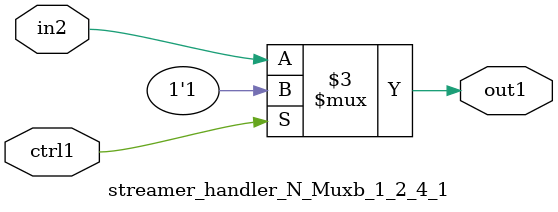
<source format=v>

`timescale 1ps / 1ps


module streamer_handler_N_Muxb_1_2_4_1( in2, ctrl1, out1 );

    input in2;
    input ctrl1;
    output out1;
    reg out1;

    
    // rtl_process:streamer_handler_N_Muxb_1_2_4_1/streamer_handler_N_Muxb_1_2_4_1_thread_1
    always @*
      begin : streamer_handler_N_Muxb_1_2_4_1_thread_1
        case (ctrl1) 
          1'b1: 
            begin
              out1 = 1'b1;
            end
          default: 
            begin
              out1 = in2;
            end
        endcase
      end

endmodule


</source>
